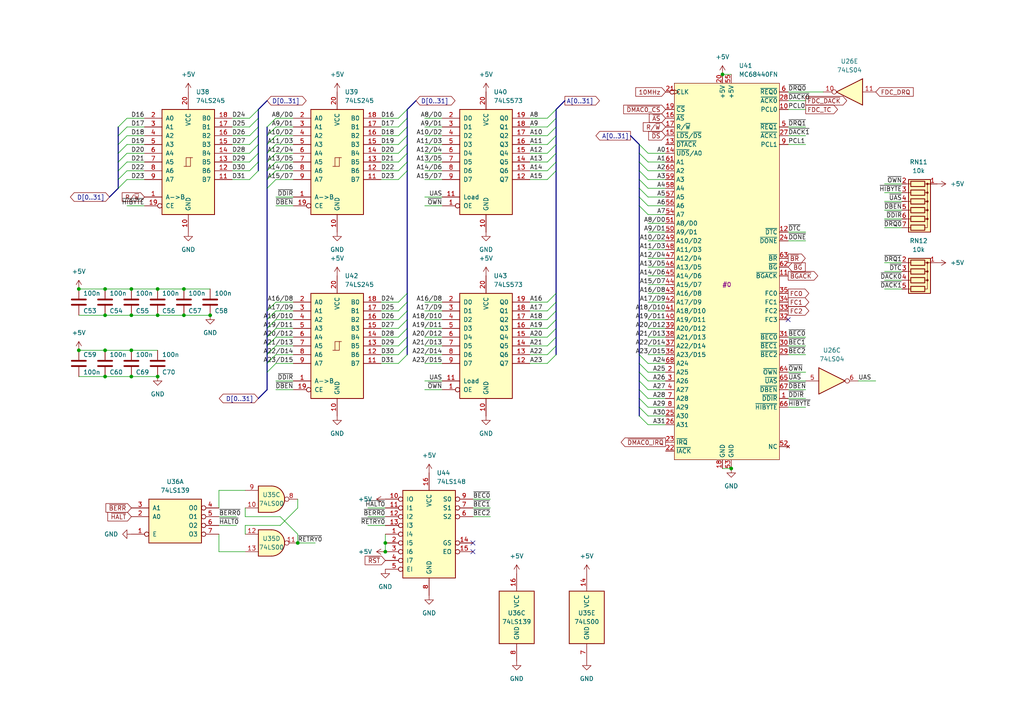
<source format=kicad_sch>
(kicad_sch (version 20230121) (generator eeschema)
  (paper "A4")
  (junction (at 22.86 101.6))
  (junction (at 53.34 91.44))
  (junction (at 60.96 91.44))
  (junction (at 30.48 109.22))
  (junction (at 86.36 157.48))
  (junction (at 45.72 91.44))
  (junction (at 212.09 135.89))
  (junction (at 38.1 91.44))
  (junction (at 45.72 109.22))
  (junction (at 38.1 101.6))
  (junction (at 30.48 91.44))
  (junction (at 22.86 83.82))
  (junction (at 38.1 109.22))
  (junction (at 111.76 157.48))
  (junction (at 111.76 160.02))
  (junction (at 30.48 83.82))
  (junction (at 53.34 83.82))
  (junction (at 209.55 21.59))
  (junction (at 38.1 83.82))
  (junction (at 30.48 101.6))
  (junction (at 45.72 83.82))
  (no_connect (at 137.16 160.02))
  (no_connect (at 228.6 92.71))
  (no_connect (at 137.16 157.48))
  (bus_entry (at 72.39 46.99) (size 2.54 -2.54))
  (bus_entry (at 80.01 49.53) (size -2.54 2.54))
  (bus_entry (at 80.01 102.87) (size -2.54 2.54))
  (bus_entry (at 80.01 97.79) (size -2.54 2.54))
  (bus_entry (at 158.75 46.99) (size 2.54 -2.54))
  (bus_entry (at 158.75 44.45) (size 2.54 -2.54))
  (bus_entry (at 80.01 44.45) (size -2.54 2.54))
  (bus_entry (at 115.57 36.83) (size 2.54 -2.54))
  (bus_entry (at 158.75 90.17) (size 2.54 -2.54))
  (bus_entry (at 115.57 49.53) (size 2.54 -2.54))
  (bus_entry (at 187.96 57.15) (size -2.54 -2.54))
  (bus_entry (at 80.01 95.25) (size -2.54 2.54))
  (bus_entry (at 158.75 39.37) (size 2.54 -2.54))
  (bus_entry (at 187.96 46.99) (size -2.54 -2.54))
  (bus_entry (at 72.39 41.91) (size 2.54 -2.54))
  (bus_entry (at 115.57 90.17) (size 2.54 -2.54))
  (bus_entry (at 80.01 92.71) (size -2.54 2.54))
  (bus_entry (at 36.83 39.37) (size -2.54 2.54))
  (bus_entry (at 115.57 34.29) (size 2.54 -2.54))
  (bus_entry (at 72.39 52.07) (size 2.54 -2.54))
  (bus_entry (at 115.57 100.33) (size 2.54 -2.54))
  (bus_entry (at 115.57 92.71) (size 2.54 -2.54))
  (bus_entry (at 36.83 36.83) (size -2.54 2.54))
  (bus_entry (at 80.01 52.07) (size -2.54 2.54))
  (bus_entry (at 36.83 49.53) (size -2.54 2.54))
  (bus_entry (at 187.96 44.45) (size -2.54 -2.54))
  (bus_entry (at 80.01 90.17) (size -2.54 2.54))
  (bus_entry (at 115.57 44.45) (size 2.54 -2.54))
  (bus_entry (at 115.57 46.99) (size 2.54 -2.54))
  (bus_entry (at 158.75 100.33) (size 2.54 -2.54))
  (bus_entry (at 80.01 87.63) (size -2.54 2.54))
  (bus_entry (at 80.01 34.29) (size -2.54 2.54))
  (bus_entry (at 158.75 36.83) (size 2.54 -2.54))
  (bus_entry (at 187.96 54.61) (size -2.54 -2.54))
  (bus_entry (at 187.96 120.65) (size -2.54 -2.54))
  (bus_entry (at 115.57 52.07) (size 2.54 -2.54))
  (bus_entry (at 158.75 49.53) (size 2.54 -2.54))
  (bus_entry (at 115.57 39.37) (size 2.54 -2.54))
  (bus_entry (at 80.01 105.41) (size -2.54 2.54))
  (bus_entry (at 187.96 115.57) (size -2.54 -2.54))
  (bus_entry (at 36.83 34.29) (size -2.54 2.54))
  (bus_entry (at 115.57 102.87) (size 2.54 -2.54))
  (bus_entry (at 187.96 110.49) (size -2.54 -2.54))
  (bus_entry (at 115.57 105.41) (size 2.54 -2.54))
  (bus_entry (at 80.01 100.33) (size -2.54 2.54))
  (bus_entry (at 36.83 44.45) (size -2.54 2.54))
  (bus_entry (at 187.96 118.11) (size -2.54 -2.54))
  (bus_entry (at 115.57 41.91) (size 2.54 -2.54))
  (bus_entry (at 158.75 34.29) (size 2.54 -2.54))
  (bus_entry (at 158.75 41.91) (size 2.54 -2.54))
  (bus_entry (at 158.75 92.71) (size 2.54 -2.54))
  (bus_entry (at 158.75 52.07) (size 2.54 -2.54))
  (bus_entry (at 36.83 46.99) (size -2.54 2.54))
  (bus_entry (at 72.39 49.53) (size 2.54 -2.54))
  (bus_entry (at 115.57 97.79) (size 2.54 -2.54))
  (bus_entry (at 187.96 105.41) (size -2.54 -2.54))
  (bus_entry (at 187.96 107.95) (size -2.54 -2.54))
  (bus_entry (at 158.75 95.25) (size 2.54 -2.54))
  (bus_entry (at 187.96 49.53) (size -2.54 -2.54))
  (bus_entry (at 115.57 95.25) (size 2.54 -2.54))
  (bus_entry (at 187.96 113.03) (size -2.54 -2.54))
  (bus_entry (at 72.39 36.83) (size 2.54 -2.54))
  (bus_entry (at 36.83 52.07) (size -2.54 2.54))
  (bus_entry (at 158.75 102.87) (size 2.54 -2.54))
  (bus_entry (at 36.83 41.91) (size -2.54 2.54))
  (bus_entry (at 80.01 36.83) (size -2.54 2.54))
  (bus_entry (at 187.96 62.23) (size -2.54 -2.54))
  (bus_entry (at 158.75 97.79) (size 2.54 -2.54))
  (bus_entry (at 72.39 39.37) (size 2.54 -2.54))
  (bus_entry (at 158.75 87.63) (size 2.54 -2.54))
  (bus_entry (at 187.96 123.19) (size -2.54 -2.54))
  (bus_entry (at 115.57 87.63) (size 2.54 -2.54))
  (bus_entry (at 80.01 39.37) (size -2.54 2.54))
  (bus_entry (at 187.96 52.07) (size -2.54 -2.54))
  (bus_entry (at 187.96 59.69) (size -2.54 -2.54))
  (bus_entry (at 72.39 34.29) (size 2.54 -2.54))
  (bus_entry (at 80.01 41.91) (size -2.54 2.54))
  (bus_entry (at 80.01 46.99) (size -2.54 2.54))
  (bus_entry (at 158.75 105.41) (size 2.54 -2.54))
  (bus_entry (at 72.39 44.45) (size 2.54 -2.54))
  (wire (pts (xy 158.75 100.33) (xy 153.67 100.33)))
  (wire (pts (xy 187.96 115.57) (xy 193.04 115.57)))
  (bus (pts (xy 161.29 39.37) (xy 161.29 36.83)))
  (bus (pts (xy 77.47 54.61) (xy 77.47 90.17)))
  (wire (pts (xy 158.75 92.71) (xy 153.67 92.71)))
  (bus (pts (xy 161.29 95.25) (xy 161.29 92.71)))
  (wire (pts (xy 30.48 109.22) (xy 38.1 109.22)))
  (wire (pts (xy 123.19 95.25) (xy 128.27 95.25)))
  (bus (pts (xy 161.29 102.87) (xy 161.29 100.33)))
  (wire (pts (xy 123.19 57.15) (xy 128.27 57.15)))
  (wire (pts (xy 30.48 83.82) (xy 38.1 83.82)))
  (wire (pts (xy 187.96 67.31) (xy 193.04 67.31)))
  (bus (pts (xy 185.42 57.15) (xy 185.42 54.61)))
  (wire (pts (xy 153.67 105.41) (xy 158.75 105.41)))
  (wire (pts (xy 187.96 59.69) (xy 193.04 59.69)))
  (wire (pts (xy 187.96 72.39) (xy 193.04 72.39)))
  (wire (pts (xy 80.01 102.87) (xy 85.09 102.87)))
  (bus (pts (xy 118.11 87.63) (xy 118.11 85.09)))
  (wire (pts (xy 80.01 59.69) (xy 85.09 59.69)))
  (wire (pts (xy 187.96 120.65) (xy 193.04 120.65)))
  (wire (pts (xy 36.83 34.29) (xy 41.91 34.29)))
  (bus (pts (xy 185.42 52.07) (xy 185.42 49.53)))
  (wire (pts (xy 158.75 46.99) (xy 153.67 46.99)))
  (wire (pts (xy 256.54 53.34) (xy 261.62 53.34)))
  (wire (pts (xy 158.75 87.63) (xy 153.67 87.63)))
  (wire (pts (xy 115.57 52.07) (xy 110.49 52.07)))
  (wire (pts (xy 123.19 36.83) (xy 128.27 36.83)))
  (wire (pts (xy 80.01 100.33) (xy 85.09 100.33)))
  (wire (pts (xy 80.01 90.17) (xy 85.09 90.17)))
  (wire (pts (xy 80.01 36.83) (xy 85.09 36.83)))
  (wire (pts (xy 158.75 39.37) (xy 153.67 39.37)))
  (wire (pts (xy 233.68 29.21) (xy 228.6 29.21)))
  (wire (pts (xy 187.96 62.23) (xy 193.04 62.23)))
  (wire (pts (xy 187.96 52.07) (xy 193.04 52.07)))
  (bus (pts (xy 185.42 110.49) (xy 185.42 107.95)))
  (bus (pts (xy 161.29 92.71) (xy 161.29 90.17)))
  (bus (pts (xy 185.42 105.41) (xy 185.42 102.87)))
  (wire (pts (xy 36.83 46.99) (xy 41.91 46.99)))
  (wire (pts (xy 22.86 91.44) (xy 30.48 91.44)))
  (bus (pts (xy 118.11 36.83) (xy 118.11 34.29)))
  (wire (pts (xy 123.19 59.69) (xy 128.27 59.69)))
  (wire (pts (xy 142.24 144.78) (xy 137.16 144.78)))
  (bus (pts (xy 74.93 46.99) (xy 74.93 44.45)))
  (wire (pts (xy 71.12 152.4) (xy 71.12 154.94)))
  (wire (pts (xy 187.96 87.63) (xy 193.04 87.63)))
  (wire (pts (xy 111.76 160.02) (xy 111.76 157.48)))
  (wire (pts (xy 233.68 110.49) (xy 228.6 110.49)))
  (wire (pts (xy 38.1 91.44) (xy 45.72 91.44)))
  (bus (pts (xy 118.11 34.29) (xy 118.11 31.75)))
  (wire (pts (xy 187.96 54.61) (xy 193.04 54.61)))
  (wire (pts (xy 106.68 149.86) (xy 111.76 149.86)))
  (bus (pts (xy 74.93 34.29) (xy 74.93 31.75)))
  (wire (pts (xy 72.39 34.29) (xy 67.31 34.29)))
  (wire (pts (xy 187.96 80.01) (xy 193.04 80.01)))
  (bus (pts (xy 74.93 115.57) (xy 77.47 113.03)))
  (bus (pts (xy 34.29 46.99) (xy 34.29 49.53)))
  (wire (pts (xy 123.19 41.91) (xy 128.27 41.91)))
  (wire (pts (xy 38.1 83.82) (xy 45.72 83.82)))
  (wire (pts (xy 123.19 105.41) (xy 128.27 105.41)))
  (wire (pts (xy 63.5 154.94) (xy 63.5 160.02)))
  (wire (pts (xy 256.54 76.2) (xy 261.62 76.2)))
  (wire (pts (xy 256.54 83.82) (xy 261.62 83.82)))
  (wire (pts (xy 123.19 90.17) (xy 128.27 90.17)))
  (bus (pts (xy 185.42 115.57) (xy 185.42 113.03)))
  (wire (pts (xy 233.68 102.87) (xy 228.6 102.87)))
  (bus (pts (xy 34.29 49.53) (xy 34.29 52.07)))
  (wire (pts (xy 187.96 57.15) (xy 193.04 57.15)))
  (wire (pts (xy 233.68 97.79) (xy 228.6 97.79)))
  (wire (pts (xy 158.75 102.87) (xy 153.67 102.87)))
  (bus (pts (xy 77.47 95.25) (xy 77.47 97.79)))
  (wire (pts (xy 115.57 34.29) (xy 110.49 34.29)))
  (wire (pts (xy 80.01 52.07) (xy 85.09 52.07)))
  (wire (pts (xy 115.57 102.87) (xy 110.49 102.87)))
  (wire (pts (xy 187.96 123.19) (xy 193.04 123.19)))
  (bus (pts (xy 161.29 41.91) (xy 161.29 39.37)))
  (bus (pts (xy 161.29 90.17) (xy 161.29 87.63)))
  (wire (pts (xy 72.39 44.45) (xy 67.31 44.45)))
  (wire (pts (xy 123.19 97.79) (xy 128.27 97.79)))
  (wire (pts (xy 36.83 49.53) (xy 41.91 49.53)))
  (bus (pts (xy 34.29 44.45) (xy 34.29 46.99)))
  (wire (pts (xy 36.83 39.37) (xy 41.91 39.37)))
  (wire (pts (xy 80.01 34.29) (xy 85.09 34.29)))
  (bus (pts (xy 161.29 85.09) (xy 161.29 49.53)))
  (wire (pts (xy 123.19 87.63) (xy 128.27 87.63)))
  (wire (pts (xy 187.96 100.33) (xy 193.04 100.33)))
  (bus (pts (xy 77.47 52.07) (xy 77.47 54.61)))
  (wire (pts (xy 71.12 152.4) (xy 81.28 152.4)))
  (bus (pts (xy 118.11 90.17) (xy 118.11 87.63)))
  (wire (pts (xy 187.96 90.17) (xy 193.04 90.17)))
  (wire (pts (xy 233.68 31.75) (xy 228.6 31.75)))
  (wire (pts (xy 115.57 100.33) (xy 110.49 100.33)))
  (wire (pts (xy 123.19 46.99) (xy 128.27 46.99)))
  (wire (pts (xy 115.57 87.63) (xy 110.49 87.63)))
  (wire (pts (xy 187.96 95.25) (xy 193.04 95.25)))
  (wire (pts (xy 123.19 100.33) (xy 128.27 100.33)))
  (bus (pts (xy 161.29 49.53) (xy 161.29 46.99)))
  (wire (pts (xy 233.68 113.03) (xy 228.6 113.03)))
  (wire (pts (xy 80.01 57.15) (xy 85.09 57.15)))
  (bus (pts (xy 118.11 92.71) (xy 118.11 90.17)))
  (bus (pts (xy 161.29 87.63) (xy 161.29 85.09)))
  (bus (pts (xy 120.65 29.21) (xy 118.11 31.75)))
  (wire (pts (xy 187.96 92.71) (xy 193.04 92.71)))
  (wire (pts (xy 233.68 118.11) (xy 228.6 118.11)))
  (wire (pts (xy 81.28 152.4) (xy 86.36 147.32)))
  (wire (pts (xy 142.24 147.32) (xy 137.16 147.32)))
  (wire (pts (xy 106.68 152.4) (xy 111.76 152.4)))
  (bus (pts (xy 74.93 41.91) (xy 74.93 39.37)))
  (wire (pts (xy 86.36 154.94) (xy 86.36 157.48)))
  (wire (pts (xy 233.68 69.85) (xy 228.6 69.85)))
  (wire (pts (xy 187.96 113.03) (xy 193.04 113.03)))
  (wire (pts (xy 72.39 41.91) (xy 67.31 41.91)))
  (bus (pts (xy 77.47 46.99) (xy 77.47 49.53)))
  (wire (pts (xy 142.24 149.86) (xy 137.16 149.86)))
  (bus (pts (xy 185.42 54.61) (xy 185.42 52.07)))
  (bus (pts (xy 185.42 118.11) (xy 185.42 115.57)))
  (bus (pts (xy 77.47 92.71) (xy 77.47 95.25)))
  (wire (pts (xy 123.19 110.49) (xy 128.27 110.49)))
  (bus (pts (xy 77.47 41.91) (xy 77.47 44.45)))
  (wire (pts (xy 72.39 52.07) (xy 67.31 52.07)))
  (wire (pts (xy 233.68 67.31) (xy 228.6 67.31)))
  (bus (pts (xy 34.29 41.91) (xy 34.29 44.45)))
  (wire (pts (xy 233.68 36.83) (xy 228.6 36.83)))
  (wire (pts (xy 187.96 44.45) (xy 193.04 44.45)))
  (wire (pts (xy 63.5 149.86) (xy 68.58 149.86)))
  (wire (pts (xy 80.01 92.71) (xy 85.09 92.71)))
  (bus (pts (xy 161.29 36.83) (xy 161.29 34.29)))
  (wire (pts (xy 115.57 36.83) (xy 110.49 36.83)))
  (bus (pts (xy 77.47 107.95) (xy 77.47 113.03)))
  (bus (pts (xy 118.11 44.45) (xy 118.11 41.91)))
  (wire (pts (xy 123.19 92.71) (xy 128.27 92.71)))
  (wire (pts (xy 233.68 107.95) (xy 228.6 107.95)))
  (bus (pts (xy 161.29 46.99) (xy 161.29 44.45)))
  (wire (pts (xy 115.57 46.99) (xy 110.49 46.99)))
  (bus (pts (xy 118.11 97.79) (xy 118.11 95.25)))
  (wire (pts (xy 115.57 90.17) (xy 110.49 90.17)))
  (wire (pts (xy 45.72 83.82) (xy 53.34 83.82)))
  (wire (pts (xy 158.75 36.83) (xy 153.67 36.83)))
  (bus (pts (xy 118.11 100.33) (xy 118.11 97.79)))
  (wire (pts (xy 115.57 44.45) (xy 110.49 44.45)))
  (wire (pts (xy 63.5 142.24) (xy 63.5 147.32)))
  (wire (pts (xy 238.76 26.67) (xy 228.6 26.67)))
  (wire (pts (xy 80.01 110.49) (xy 85.09 110.49)))
  (wire (pts (xy 72.39 39.37) (xy 67.31 39.37)))
  (bus (pts (xy 77.47 100.33) (xy 77.47 102.87)))
  (wire (pts (xy 91.44 157.48) (xy 86.36 157.48)))
  (bus (pts (xy 34.29 36.83) (xy 34.29 39.37)))
  (bus (pts (xy 185.42 120.65) (xy 185.42 118.11)))
  (wire (pts (xy 30.48 91.44) (xy 38.1 91.44)))
  (wire (pts (xy 71.12 147.32) (xy 71.12 149.86)))
  (bus (pts (xy 118.11 41.91) (xy 118.11 39.37)))
  (bus (pts (xy 118.11 39.37) (xy 118.11 36.83)))
  (bus (pts (xy 31.75 57.15) (xy 34.29 54.61)))
  (bus (pts (xy 185.42 57.15) (xy 185.42 59.69)))
  (wire (pts (xy 158.75 90.17) (xy 153.67 90.17)))
  (wire (pts (xy 123.19 34.29) (xy 128.27 34.29)))
  (wire (pts (xy 187.96 69.85) (xy 193.04 69.85)))
  (wire (pts (xy 187.96 118.11) (xy 193.04 118.11)))
  (wire (pts (xy 187.96 85.09) (xy 193.04 85.09)))
  (wire (pts (xy 72.39 36.83) (xy 67.31 36.83)))
  (wire (pts (xy 80.01 105.41) (xy 85.09 105.41)))
  (wire (pts (xy 80.01 113.03) (xy 85.09 113.03)))
  (bus (pts (xy 185.42 113.03) (xy 185.42 110.49)))
  (bus (pts (xy 161.29 100.33) (xy 161.29 97.79)))
  (bus (pts (xy 118.11 49.53) (xy 118.11 46.99)))
  (wire (pts (xy 256.54 55.88) (xy 261.62 55.88)))
  (wire (pts (xy 158.75 52.07) (xy 153.67 52.07)))
  (wire (pts (xy 72.39 49.53) (xy 67.31 49.53)))
  (wire (pts (xy 256.54 81.28) (xy 261.62 81.28)))
  (wire (pts (xy 71.12 149.86) (xy 81.28 149.86)))
  (wire (pts (xy 187.96 46.99) (xy 193.04 46.99)))
  (wire (pts (xy 123.19 113.03) (xy 128.27 113.03)))
  (wire (pts (xy 80.01 39.37) (xy 85.09 39.37)))
  (bus (pts (xy 77.47 39.37) (xy 77.47 41.91)))
  (bus (pts (xy 34.29 52.07) (xy 34.29 54.61)))
  (wire (pts (xy 123.19 44.45) (xy 128.27 44.45)))
  (wire (pts (xy 158.75 44.45) (xy 153.67 44.45)))
  (bus (pts (xy 77.47 29.21) (xy 74.93 31.75)))
  (wire (pts (xy 63.5 160.02) (xy 71.12 160.02)))
  (wire (pts (xy 80.01 87.63) (xy 85.09 87.63)))
  (bus (pts (xy 161.29 44.45) (xy 161.29 41.91)))
  (wire (pts (xy 158.75 34.29) (xy 153.67 34.29)))
  (wire (pts (xy 233.68 39.37) (xy 228.6 39.37)))
  (wire (pts (xy 36.83 59.69) (xy 41.91 59.69)))
  (wire (pts (xy 187.96 102.87) (xy 193.04 102.87)))
  (bus (pts (xy 74.93 39.37) (xy 74.93 36.83)))
  (wire (pts (xy 256.54 63.5) (xy 261.62 63.5)))
  (wire (pts (xy 80.01 97.79) (xy 85.09 97.79)))
  (wire (pts (xy 254 110.49) (xy 248.92 110.49)))
  (wire (pts (xy 115.57 41.91) (xy 110.49 41.91)))
  (wire (pts (xy 53.34 91.44) (xy 60.96 91.44)))
  (wire (pts (xy 123.19 102.87) (xy 128.27 102.87)))
  (wire (pts (xy 123.19 49.53) (xy 128.27 49.53)))
  (bus (pts (xy 161.29 34.29) (xy 161.29 31.75)))
  (wire (pts (xy 80.01 95.25) (xy 85.09 95.25)))
  (bus (pts (xy 77.47 36.83) (xy 77.47 39.37)))
  (bus (pts (xy 161.29 97.79) (xy 161.29 95.25)))
  (wire (pts (xy 36.83 36.83) (xy 41.91 36.83)))
  (wire (pts (xy 256.54 58.42) (xy 261.62 58.42)))
  (wire (pts (xy 187.96 64.77) (xy 193.04 64.77)))
  (bus (pts (xy 118.11 95.25) (xy 118.11 92.71)))
  (wire (pts (xy 212.09 135.89) (xy 209.55 135.89)))
  (bus (pts (xy 77.47 97.79) (xy 77.47 100.33)))
  (wire (pts (xy 115.57 105.41) (xy 110.49 105.41)))
  (bus (pts (xy 185.42 49.53) (xy 185.42 46.99)))
  (wire (pts (xy 187.96 97.79) (xy 193.04 97.79)))
  (wire (pts (xy 158.75 95.25) (xy 153.67 95.25)))
  (bus (pts (xy 74.93 36.83) (xy 74.93 34.29)))
  (wire (pts (xy 256.54 60.96) (xy 261.62 60.96)))
  (wire (pts (xy 115.57 92.71) (xy 110.49 92.71)))
  (wire (pts (xy 80.01 44.45) (xy 85.09 44.45)))
  (wire (pts (xy 63.5 142.24) (xy 71.12 142.24)))
  (bus (pts (xy 74.93 44.45) (xy 74.93 41.91)))
  (wire (pts (xy 115.57 49.53) (xy 110.49 49.53)))
  (wire (pts (xy 36.83 44.45) (xy 41.91 44.45)))
  (wire (pts (xy 80.01 46.99) (xy 85.09 46.99)))
  (wire (pts (xy 123.19 39.37) (xy 128.27 39.37)))
  (wire (pts (xy 187.96 105.41) (xy 193.04 105.41)))
  (wire (pts (xy 158.75 97.79) (xy 153.67 97.79)))
  (wire (pts (xy 38.1 101.6) (xy 45.72 101.6)))
  (wire (pts (xy 187.96 49.53) (xy 193.04 49.53)))
  (wire (pts (xy 86.36 144.78) (xy 86.36 147.32)))
  (wire (pts (xy 22.86 109.22) (xy 30.48 109.22)))
  (bus (pts (xy 118.11 85.09) (xy 118.11 49.53)))
  (bus (pts (xy 77.47 102.87) (xy 77.47 105.41)))
  (wire (pts (xy 30.48 101.6) (xy 38.1 101.6)))
  (wire (pts (xy 158.75 49.53) (xy 153.67 49.53)))
  (wire (pts (xy 187.96 82.55) (xy 193.04 82.55)))
  (bus (pts (xy 77.47 105.41) (xy 77.47 107.95)))
  (wire (pts (xy 63.5 152.4) (xy 68.58 152.4)))
  (wire (pts (xy 187.96 74.93) (xy 193.04 74.93)))
  (wire (pts (xy 111.76 157.48) (xy 111.76 154.94)))
  (wire (pts (xy 38.1 109.22) (xy 45.72 109.22)))
  (bus (pts (xy 185.42 46.99) (xy 185.42 44.45)))
  (wire (pts (xy 45.72 91.44) (xy 53.34 91.44)))
  (wire (pts (xy 80.01 41.91) (xy 85.09 41.91)))
  (wire (pts (xy 233.68 115.57) (xy 228.6 115.57)))
  (wire (pts (xy 106.68 147.32) (xy 111.76 147.32)))
  (wire (pts (xy 158.75 41.91) (xy 153.67 41.91)))
  (bus (pts (xy 185.42 107.95) (xy 185.42 105.41)))
  (bus (pts (xy 34.29 39.37) (xy 34.29 41.91)))
  (bus (pts (xy 185.42 59.69) (xy 185.42 102.87)))
  (wire (pts (xy 233.68 41.91) (xy 228.6 41.91)))
  (wire (pts (xy 22.86 101.6) (xy 30.48 101.6)))
  (wire (pts (xy 80.01 49.53) (xy 85.09 49.53)))
  (wire (pts (xy 53.34 83.82) (xy 60.96 83.82)))
  (wire (pts (xy 115.57 95.25) (xy 110.49 95.25)))
  (wire (pts (xy 209.55 21.59) (xy 212.09 21.59)))
  (wire (pts (xy 115.57 39.37) (xy 110.49 39.37)))
  (bus (pts (xy 118.11 102.87) (xy 118.11 100.33)))
  (wire (pts (xy 187.96 77.47) (xy 193.04 77.47)))
  (wire (pts (xy 187.96 107.95) (xy 193.04 107.95)))
  (wire (pts (xy 72.39 46.99) (xy 67.31 46.99)))
  (bus (pts (xy 185.42 41.91) (xy 182.88 39.37)))
  (wire (pts (xy 22.86 83.82) (xy 30.48 83.82)))
  (wire (pts (xy 123.19 52.07) (xy 128.27 52.07)))
  (wire (pts (xy 36.83 41.91) (xy 41.91 41.91)))
  (wire (pts (xy 256.54 66.04) (xy 261.62 66.04)))
  (bus (pts (xy 118.11 46.99) (xy 118.11 44.45)))
  (bus (pts (xy 185.42 44.45) (xy 185.42 41.91)))
  (wire (pts (xy 261.62 78.74) (xy 256.54 78.74)))
  (wire (pts (xy 36.83 52.07) (xy 41.91 52.07)))
  (bus (pts (xy 74.93 49.53) (xy 74.93 46.99)))
  (bus (pts (xy 77.47 90.17) (xy 77.47 92.71)))
  (wire (pts (xy 187.96 110.49) (xy 193.04 110.49)))
  (wire (pts (xy 233.68 100.33) (xy 228.6 100.33)))
  (bus (pts (xy 77.47 44.45) (xy 77.47 46.99)))
  (bus (pts (xy 161.29 31.75) (xy 163.83 29.21)))
  (bus (pts (xy 77.47 49.53) (xy 77.47 52.07)))
  (wire (pts (xy 81.28 149.86) (xy 86.36 154.94)))
  (wire (pts (xy 115.57 97.79) (xy 110.49 97.79)))
  (label "D23" (at 110.49 52.07 0))
  (label "A17{slash}D9" (at 193.04 87.63 180))
  (label "A19{slash}D11" (at 128.27 95.25 180))
  (label "~{BEC1}" (at 228.6 100.33 0))
  (label "PCL0" (at 228.6 31.75 0))
  (label "UAS" (at 128.27 110.49 180))
  (label "A16{slash}D8" (at 85.09 87.63 180))
  (label "D19" (at 41.91 41.91 180))
  (label "D24" (at 67.31 34.29 0))
  (label "~{DRQ1}" (at 228.6 36.83 0))
  (label "A15{slash}D7" (at 85.09 52.07 180))
  (label "A30" (at 193.04 120.65 180))
  (label "D20" (at 110.49 44.45 0))
  (label "~{BEC2}" (at 137.16 149.86 0))
  (label "~{OWN}" (at 128.27 59.69 180))
  (label "A20{slash}D12" (at 85.09 97.79 180))
  (label "~{BEC2}" (at 228.6 102.87 0))
  (label "A31" (at 193.04 123.19 180))
  (label "D29" (at 67.31 46.99 0))
  (label "A29" (at 193.04 118.11 180))
  (label "A15{slash}D7" (at 193.04 82.55 180))
  (label "~{BEC0}" (at 137.16 144.78 0))
  (label "~{DTC}" (at 261.62 78.74 180))
  (label "D18" (at 41.91 39.37 180))
  (label "UAS" (at 128.27 57.15 180))
  (label "D27" (at 110.49 95.25 0))
  (label "D20" (at 41.91 44.45 180))
  (label "A4" (at 193.04 54.61 180))
  (label "D18" (at 110.49 39.37 0))
  (label "A7" (at 193.04 62.23 180))
  (label "A9{slash}D1" (at 85.09 36.83 180))
  (label "~{OWN}" (at 128.27 113.03 180))
  (label "A23{slash}D15" (at 128.27 105.41 180))
  (label "A6" (at 193.04 59.69 180))
  (label "D22" (at 41.91 49.53 180))
  (label "~{HALT0}" (at 63.5 152.4 0))
  (label "A26" (at 193.04 110.49 180))
  (label "~{DDIR}" (at 85.09 57.15 180))
  (label "A15{slash}D7" (at 128.27 52.07 180))
  (label "PCL1" (at 228.6 41.91 0))
  (label "D27" (at 67.31 41.91 0))
  (label "~{DBEN}" (at 228.6 113.03 0))
  (label "A14{slash}D6" (at 128.27 49.53 180))
  (label "A22{slash}D14" (at 128.27 102.87 180))
  (label "A13{slash}D5" (at 128.27 46.99 180))
  (label "A8" (at 153.67 34.29 0))
  (label "~{DDIR}" (at 261.62 63.5 180))
  (label "A15" (at 153.67 52.07 0))
  (label "D30" (at 110.49 102.87 0))
  (label "A9" (at 153.67 36.83 0))
  (label "~{OWN}" (at 228.6 107.95 0))
  (label "A20" (at 153.67 97.79 0))
  (label "A14{slash}D6" (at 85.09 49.53 180))
  (label "A10{slash}D2" (at 193.04 69.85 180))
  (label "~{UAS}" (at 261.62 58.42 180))
  (label "A9{slash}D1" (at 128.27 36.83 180))
  (label "A1" (at 193.04 46.99 180))
  (label "A21{slash}D13" (at 193.04 97.79 180))
  (label "A18" (at 153.67 92.71 0))
  (label "~{HIBYTE}" (at 41.91 59.69 180))
  (label "A14{slash}D6" (at 193.04 80.01 180))
  (label "A12{slash}D4" (at 128.27 44.45 180))
  (label "D28" (at 110.49 97.79 0))
  (label "A28" (at 193.04 115.57 180))
  (label "A16{slash}D8" (at 128.27 87.63 180))
  (label "D23" (at 41.91 52.07 180))
  (label "~{DBEN}" (at 85.09 59.69 180))
  (label "A17" (at 153.67 90.17 0))
  (label "A3" (at 193.04 52.07 180))
  (label "D29" (at 110.49 100.33 0))
  (label "A22" (at 153.67 102.87 0))
  (label "D17" (at 110.49 36.83 0))
  (label "D26" (at 67.31 39.37 0))
  (label "~{DACK1}" (at 228.6 39.37 0))
  (label "D21" (at 110.49 46.99 0))
  (label "D26" (at 110.49 92.71 0))
  (label "A5" (at 193.04 57.15 180))
  (label "~{DTC}" (at 228.6 67.31 0))
  (label "D22" (at 110.49 49.53 0))
  (label "A11{slash}D3" (at 193.04 72.39 180))
  (label "A12" (at 153.67 44.45 0))
  (label "~{DDIR}" (at 228.6 115.57 0))
  (label "UAS" (at 248.92 110.49 0))
  (label "~{RETRY0}" (at 86.36 157.48 0))
  (label "A18{slash}D10" (at 128.27 92.71 180))
  (label "~{RETRY0}" (at 111.76 152.4 180))
  (label "A27" (at 193.04 113.03 180))
  (label "A20{slash}D12" (at 128.27 97.79 180))
  (label "A23{slash}D15" (at 85.09 105.41 180))
  (label "A17{slash}D9" (at 85.09 90.17 180))
  (label "~{DDIR}" (at 85.09 110.49 180))
  (label "~{DBEN}" (at 85.09 113.03 180))
  (label "~{DACK0}" (at 261.62 81.28 180))
  (label "D31" (at 67.31 52.07 0))
  (label "A19{slash}D11" (at 85.09 95.25 180))
  (label "D28" (at 67.31 44.45 0))
  (label "~{BERR0}" (at 63.5 149.86 0))
  (label "A24" (at 193.04 105.41 180))
  (label "~{HIBYTE}" (at 261.62 55.88 180))
  (label "A22{slash}D14" (at 85.09 102.87 180))
  (label "A22{slash}D14" (at 193.04 100.33 180))
  (label "A19" (at 153.67 95.25 0))
  (label "D16" (at 41.91 34.29 180))
  (label "~{DONE}" (at 228.6 69.85 0))
  (label "A14" (at 153.67 49.53 0))
  (label "A17{slash}D9" (at 128.27 90.17 180))
  (label "D25" (at 67.31 36.83 0))
  (label "A13" (at 153.67 46.99 0))
  (label "~{DACK1}" (at 261.62 83.82 180))
  (label "~{HIBYTE}" (at 228.6 118.11 0))
  (label "A18{slash}D10" (at 193.04 90.17 180))
  (label "~{DRQ0}" (at 228.6 26.67 0))
  (label "A12{slash}D4" (at 85.09 44.45 180))
  (label "A13{slash}D5" (at 85.09 46.99 180))
  (label "~{HALT0}" (at 111.76 147.32 180))
  (label "~{DRQ1}" (at 261.62 76.2 180))
  (label "A10{slash}D2" (at 128.27 39.37 180))
  (label "A0" (at 193.04 44.45 180))
  (label "A25" (at 193.04 107.95 180))
  (label "~{BEC1}" (at 137.16 147.32 0))
  (label "A11{slash}D3" (at 128.27 41.91 180))
  (label "A21{slash}D13" (at 128.27 100.33 180))
  (label "A20{slash}D12" (at 193.04 95.25 180))
  (label "A21{slash}D13" (at 85.09 100.33 180))
  (label "A23{slash}D15" (at 193.04 102.87 180))
  (label "~{BERR0}" (at 111.76 149.86 180))
  (label "A9{slash}D1" (at 193.04 67.31 180))
  (label "D25" (at 110.49 90.17 0))
  (label "D16" (at 110.49 34.29 0))
  (label "~{BEC0}" (at 228.6 97.79 0))
  (label "~{DRQ0}" (at 261.62 66.04 180))
  (label "A16" (at 153.67 87.63 0))
  (label "A18{slash}D10" (at 85.09 92.71 180))
  (label "D30" (at 67.31 49.53 0))
  (label "A8{slash}D0" (at 193.04 64.77 180))
  (label "A19{slash}D11" (at 193.04 92.71 180))
  (label "~{UAS}" (at 228.6 110.49 0))
  (label "D19" (at 110.49 41.91 0))
  (label "A11" (at 153.67 41.91 0))
  (label "D21" (at 41.91 46.99 180))
  (label "~{DACK0}" (at 228.6 29.21 0))
  (label "D17" (at 41.91 36.83 180))
  (label "~{OWN}" (at 261.62 53.34 180))
  (label "A16{slash}D8" (at 193.04 85.09 180))
  (label "A8{slash}D0" (at 85.09 34.29 180))
  (label "A11{slash}D3" (at 85.09 41.91 180))
  (label "A2" (at 193.04 49.53 180))
  (label "D31" (at 110.49 105.41 0))
  (label "~{DBEN}" (at 261.62 60.96 180))
  (label "D24" (at 110.49 87.63 0))
  (label "A12{slash}D4" (at 193.04 74.93 180))
  (label "A10" (at 153.67 39.37 0))
  (label "A10{slash}D2" (at 85.09 39.37 180))
  (label "A13{slash}D5" (at 193.04 77.47 180))
  (label "A23" (at 153.67 105.41 0))
  (label "A8{slash}D0" (at 128.27 34.29 180))
  (label "A21" (at 153.67 100.33 0))
  (global_label "10MHz" (shape input) (at 193.04 26.67 180) (property "Intersheetrefs" "${INTERSHEET_REFS}" (effects hide)))
  (global_label "~{BGACK}" (shape output) (at 228.6 80.01 0) (property "Intersheetrefs" "${INTERSHEET_REFS}" (effects hide)))
  (global_label "FC1" (shape output) (at 228.6 87.63 0) (property "Intersheetrefs" "${INTERSHEET_REFS}" (effects hide)))
  (global_label "D[0..31]" (shape bidirectional) (at 31.75 57.15 180) (property "Intersheetrefs" "${INTERSHEET_REFS}" (effects hide)))
  (global_label "~{DMAC0_IRQ}" (shape output) (at 193.04 128.27 180) (property "Intersheetrefs" "${INTERSHEET_REFS}" (effects hide)))
  (global_label "D[0..31]" (shape bidirectional) (at 77.47 29.21 0) (property "Intersheetrefs" "${INTERSHEET_REFS}" (effects hide)))
  (global_label "FDC_DRQ" (shape input) (at 254 26.67 0) (property "Intersheetrefs" "${INTERSHEET_REFS}" (effects hide)))
  (global_label "D[0..31]" (shape bidirectional) (at 74.93 115.57 180) (property "Intersheetrefs" "${INTERSHEET_REFS}" (effects hide)))
  (global_label "~{DS}" (shape input) (at 193.04 39.37 180) (property "Intersheetrefs" "${INTERSHEET_REFS}" (effects hide)))
  (global_label "~{BR}" (shape output) (at 228.6 74.93 0) (property "Intersheetrefs" "${INTERSHEET_REFS}" (effects hide)))
  (global_label "FDC_TC" (shape output) (at 233.68 31.75 0) (property "Intersheetrefs" "${INTERSHEET_REFS}" (effects hide)))
  (global_label "A[0..31]" (shape output) (at 182.88 39.37 180) (property "Intersheetrefs" "${INTERSHEET_REFS}" (effects hide)))
  (global_label "R{slash}~{W}" (shape input) (at 41.91 57.15 180) (property "Intersheetrefs" "${INTERSHEET_REFS}" (effects hide)))
  (global_label "~{AS}" (shape input) (at 193.04 34.29 180) (property "Intersheetrefs" "${INTERSHEET_REFS}" (effects hide)))
  (global_label "~{BG}" (shape input) (at 228.6 77.47 0) (property "Intersheetrefs" "${INTERSHEET_REFS}" (effects hide)))
  (global_label "~{FDC_DACK}" (shape output) (at 233.68 29.21 0) (property "Intersheetrefs" "${INTERSHEET_REFS}" (effects hide)))
  (global_label "R{slash}~{W}" (shape input) (at 193.04 36.83 180) (property "Intersheetrefs" "${INTERSHEET_REFS}" (effects hide)))
  (global_label "~{RST}" (shape input) (at 111.76 162.56 180) (property "Intersheetrefs" "${INTERSHEET_REFS}" (effects hide)))
  (global_label "~{BERR}" (shape input) (at 38.1 147.32 180) (property "Intersheetrefs" "${INTERSHEET_REFS}" (effects hide)))
  (global_label "D[0..31]" (shape bidirectional) (at 120.65 29.21 0) (property "Intersheetrefs" "${INTERSHEET_REFS}" (effects hide)))
  (global_label "~{HALT}" (shape input) (at 38.1 149.86 180) (property "Intersheetrefs" "${INTERSHEET_REFS}" (effects hide)))
  (global_label "~{DMAC0_CS}" (shape input) (at 193.04 31.75 180) (property "Intersheetrefs" "${INTERSHEET_REFS}" (effects hide)))
  (global_label "FC2" (shape output) (at 228.6 90.17 0) (property "Intersheetrefs" "${INTERSHEET_REFS}" (effects hide)))
  (global_label "A[0..31]" (shape output) (at 163.83 29.21 0) (property "Intersheetrefs" "${INTERSHEET_REFS}" (effects hide)))
  (global_label "FC0" (shape output) (at 228.6 85.09 0) (property "Intersheetrefs" "${INTERSHEET_REFS}" (effects hide)))
  (symbol (lib_id "Device:R_Network04") (at 266.7 81.28 270) (unit 1)
    (property "Reference" "RN12" (at 266.446 69.85 90))
    (property "Value" "10k" (at 266.446 72.39 90))
    (property "Footprint" "Resistor_THT:R_Array_SIP5" (effects hide))
    (property "Datasheet" "http://www.vishay.com/docs/31509/csc.pdf" (effects hide))
  )
  (symbol (lib_id "74xx:74LS573") (at 140.97 46.99 0) (unit 1)
    (property "Reference" "U40" (at 143.1641 26.67 0) (effects (justify left)))
    (property "Value" "74LS573" (at 143.1641 29.21 0) (effects (justify left)))
    (property "Footprint" "Package_DIP:DIP-20_W7.62mm_Socket" (effects hide))
    (property "Datasheet" "74xx/74hc573.pdf" (effects hide))
  )
  (symbol (lib_id "power:GND") (at 140.97 67.31 0) (unit 1)
    (property "Reference" "#PWR0162" (effects hide))
    (property "Value" "GND" (at 140.97 72.39 0))
  )
  (symbol (lib_id "74xx:74LS04") (at 241.3 110.49 0) (unit 3)
    (property "Reference" "U26" (at 241.3 101.6 0))
    (property "Value" "74LS04" (at 241.3 104.14 0))
    (property "Footprint" "Package_DIP:DIP-14_W7.62mm_Socket" (effects hide))
    (property "Datasheet" "http://www.ti.com/lit/gpn/sn74LS04" (effects hide))
  )
  (symbol (lib_id "Device:C") (at 53.34 87.63 0) (mirror x) (unit 1)
    (property "Reference" "C57" (at 54.61 90.17 0) (effects (justify left)))
    (property "Value" "100n" (at 54.61 85.09 0) (effects (justify left)))
    (property "Footprint" "Capacitor_THT:C_Disc_D4.3mm_W1.9mm_P5.00mm" (effects hide))
  )
  (symbol (lib_id "Device:C") (at 30.48 87.63 0) (mirror x) (unit 1)
    (property "Reference" "C54" (at 31.75 90.17 0) (effects (justify left)))
    (property "Value" "100n" (at 31.75 85.09 0) (effects (justify left)))
    (property "Footprint" "Capacitor_THT:C_Disc_D4.3mm_W1.9mm_P5.00mm" (effects hide))
  )
  (symbol (lib_id "74xx:74LS573") (at 140.97 100.33 0) (unit 1)
    (property "Reference" "U43" (at 143.1641 80.01 0) (effects (justify left)))
    (property "Value" "74LS573" (at 143.1641 82.55 0) (effects (justify left)))
    (property "Footprint" "Package_DIP:DIP-20_W7.62mm_Socket" (effects hide))
    (property "Datasheet" "74xx/74hc573.pdf" (effects hide))
  )
  (symbol (lib_id "power:+5V") (at 97.79 80.01 0) (unit 1)
    (property "Reference" "#PWR0164" (effects hide))
    (property "Value" "+5V" (at 97.79 74.93 0))
  )
  (symbol (lib_id "power:+5V") (at 170.18 166.37 0) (unit 1)
    (property "Reference" "#PWR0179" (effects hide))
    (property "Value" "+5V" (at 170.18 161.29 0))
  )
  (symbol (lib_id "Device:C") (at 22.86 105.41 0) (unit 1)
    (property "Reference" "C59" (at 24.13 102.87 0) (effects (justify left)))
    (property "Value" "100n" (at 24.13 107.95 0) (effects (justify left)))
    (property "Footprint" "Capacitor_THT:C_Disc_D4.3mm_W1.9mm_P5.00mm" (effects hide))
  )
  (symbol (lib_id "power:+5V") (at 124.46 137.16 0) (unit 1)
    (property "Reference" "#PWR0173" (effects hide))
    (property "Value" "+5V" (at 124.46 132.08 0))
  )
  (symbol (lib_id "Device:C") (at 45.72 87.63 0) (mirror x) (unit 1)
    (property "Reference" "C56" (at 46.99 90.17 0) (effects (justify left)))
    (property "Value" "100n" (at 46.99 85.09 0) (effects (justify left)))
    (property "Footprint" "Capacitor_THT:C_Disc_D4.3mm_W1.9mm_P5.00mm" (effects hide))
  )
  (symbol (lib_id "Device:C") (at 38.1 105.41 0) (mirror x) (unit 1)
    (property "Reference" "C69" (at 39.37 107.95 0) (effects (justify left)))
    (property "Value" "100n" (at 39.37 102.87 0) (effects (justify left)))
    (property "Footprint" "Capacitor_THT:C_Disc_D4.3mm_W1.9mm_P5.00mm" (effects hide))
  )
  (symbol (lib_id "power:+5V") (at 149.86 166.37 0) (unit 1)
    (property "Reference" "#PWR0178" (effects hide))
    (property "Value" "+5V" (at 149.86 161.29 0))
  )
  (symbol (lib_id "power:GND") (at 149.86 191.77 0) (unit 1)
    (property "Reference" "#PWR0181" (effects hide))
    (property "Value" "GND" (at 149.86 196.85 0))
  )
  (symbol (lib_id "power:GND") (at 170.18 191.77 0) (unit 1)
    (property "Reference" "#PWR0182" (effects hide))
    (property "Value" "GND" (at 170.18 196.85 0))
  )
  (symbol (lib_id "power:+5V") (at 97.79 26.67 0) (unit 1)
    (property "Reference" "#PWR0157" (effects hide))
    (property "Value" "+5V" (at 97.79 21.59 0))
  )
  (symbol (lib_id "74xx:74LS00") (at 170.18 179.07 0) (unit 5)
    (property "Reference" "U35" (at 170.18 177.8 0))
    (property "Value" "74LS00" (at 170.18 180.34 0))
    (property "Footprint" "Package_DIP:DIP-14_W7.62mm_Socket" (effects hide))
    (property "Datasheet" "http://www.ti.com/lit/gpn/sn74ls00" (effects hide))
  )
  (symbol (lib_id "power:+5V") (at 140.97 80.01 0) (unit 1)
    (property "Reference" "#PWR0165" (effects hide))
    (property "Value" "+5V" (at 140.97 74.93 0))
  )
  (symbol (lib_id "Device:C") (at 30.48 105.41 0) (mirror x) (unit 1)
    (property "Reference" "C60" (at 31.75 107.95 0) (effects (justify left)))
    (property "Value" "100n" (at 31.75 102.87 0) (effects (justify left)))
    (property "Footprint" "Capacitor_THT:C_Disc_D4.3mm_W1.9mm_P5.00mm" (effects hide))
  )
  (symbol (lib_id "74xx:74LS00") (at 78.74 157.48 0) (unit 4)
    (property "Reference" "U35" (at 78.74 156.21 0))
    (property "Value" "74LS00" (at 78.74 158.75 0))
    (property "Footprint" "Package_DIP:DIP-14_W7.62mm_Socket" (effects hide))
    (property "Datasheet" "http://www.ti.com/lit/gpn/sn74ls00" (effects hide))
  )
  (symbol (lib_id "power:GND") (at 54.61 67.31 0) (unit 1)
    (property "Reference" "#PWR0160" (effects hide))
    (property "Value" "GND" (at 54.61 72.39 0))
  )
  (symbol (lib_id "74xx:74LS139") (at 50.8 149.86 0) (unit 1)
    (property "Reference" "U36" (at 50.8 139.7 0))
    (property "Value" "74LS139" (at 50.8 142.24 0))
    (property "Footprint" "Package_DIP:DIP-16_W7.62mm_Socket" (effects hide))
    (property "Datasheet" "http://www.ti.com/lit/ds/symlink/sn74ls139a.pdf" (effects hide))
  )
  (symbol (lib_id "power:+5V") (at 22.86 101.6 0) (unit 1)
    (property "Reference" "#PWR0168" (effects hide))
    (property "Value" "+5V" (at 22.86 96.52 0))
  )
  (symbol (lib_id "power:GND") (at 97.79 120.65 0) (unit 1)
    (property "Reference" "#PWR0170" (effects hide))
    (property "Value" "GND" (at 97.79 125.73 0))
  )
  (symbol (lib_id "power:+5V") (at 22.86 83.82 0) (unit 1)
    (property "Reference" "#PWR0166" (effects hide))
    (property "Value" "+5V" (at 22.86 78.74 0))
  )
  (symbol (lib_id "74xx:74LS139") (at 149.86 179.07 0) (unit 3)
    (property "Reference" "U36" (at 149.86 177.8 0))
    (property "Value" "74LS139" (at 149.86 180.34 0))
    (property "Footprint" "Package_DIP:DIP-16_W7.62mm_Socket" (effects hide))
    (property "Datasheet" "http://www.ti.com/lit/ds/symlink/sn74ls139a.pdf" (effects hide))
  )
  (symbol (lib_id "74xx:74LS245") (at 97.79 46.99 0) (unit 1)
    (property "Reference" "U39" (at 99.9841 26.67 0) (effects (justify left)))
    (property "Value" "74LS245" (at 99.9841 29.21 0) (effects (justify left)))
    (property "Footprint" "Package_DIP:DIP-20_W7.62mm_Socket" (effects hide))
    (property "Datasheet" "http://www.ti.com/lit/gpn/sn74LS245" (effects hide))
  )
  (symbol (lib_id "power:GND") (at 124.46 172.72 0) (unit 1)
    (property "Reference" "#PWR0180" (effects hide))
    (property "Value" "GND" (at 124.46 177.8 0))
  )
  (symbol (lib_id "power:+5V") (at 140.97 26.67 0) (unit 1)
    (property "Reference" "#PWR0158" (effects hide))
    (property "Value" "+5V" (at 140.97 21.59 0))
  )
  (symbol (lib_id "power:GND") (at 212.09 135.89 0) (unit 1)
    (property "Reference" "#PWR0172" (effects hide))
    (property "Value" "GND" (at 212.09 140.97 0))
  )
  (symbol (lib_id "power:GND") (at 60.96 91.44 0) (unit 1)
    (property "Reference" "#PWR0167" (effects hide))
    (property "Value" "GND" (at 60.96 96.52 0))
  )
  (symbol (lib_id "74xx:74LS245") (at 54.61 46.99 0) (unit 1)
    (property "Reference" "U38" (at 56.8041 26.67 0) (effects (justify left)))
    (property "Value" "74LS245" (at 56.8041 29.21 0) (effects (justify left)))
    (property "Footprint" "Package_DIP:DIP-20_W7.62mm_Socket" (effects hide))
    (property "Datasheet" "http://www.ti.com/lit/gpn/sn74LS245" (effects hide))
  )
  (symbol (lib_id "power:GND") (at 45.72 109.22 0) (unit 1)
    (property "Reference" "#PWR0204" (effects hide))
    (property "Value" "GND" (at 45.72 114.3 0))
  )
  (symbol (lib_id "power:+5V") (at 111.76 144.78 90) (unit 1)
    (property "Reference" "#PWR0174" (effects hide))
    (property "Value" "+5V" (at 107.95 144.78 90) (effects (justify left)))
  )
  (symbol (lib_id "Device:C") (at 45.72 105.41 0) (mirror x) (unit 1)
    (property "Reference" "C70" (at 46.99 107.95 0) (effects (justify left)))
    (property "Value" "100n" (at 46.99 102.87 0) (effects (justify left)))
    (property "Footprint" "Capacitor_THT:C_Disc_D4.3mm_W1.9mm_P5.00mm" (effects hide))
  )
  (symbol (lib_id "power:+5V") (at 111.76 160.02 90) (unit 1)
    (property "Reference" "#PWR0176" (effects hide))
    (property "Value" "+5V" (at 107.95 160.02 90) (effects (justify left)))
  )
  (symbol (lib_id "74xx:74LS245") (at 97.79 100.33 0) (unit 1)
    (property "Reference" "U42" (at 99.9841 80.01 0) (effects (justify left)))
    (property "Value" "74LS245" (at 99.9841 82.55 0) (effects (justify left)))
    (property "Footprint" "Package_DIP:DIP-20_W7.62mm_Socket" (effects hide))
    (property "Datasheet" "http://www.ti.com/lit/gpn/sn74LS245" (effects hide))
  )
  (symbol (lib_id "power:GND") (at 38.1 154.94 270) (unit 1)
    (property "Reference" "#PWR0175" (effects hide))
    (property "Value" "GND" (at 34.29 154.94 90) (effects (justify right)))
  )
  (symbol (lib_id "power:GND") (at 97.79 67.31 0) (unit 1)
    (property "Reference" "#PWR0161" (effects hide))
    (property "Value" "GND" (at 97.79 72.39 0))
  )
  (symbol (lib_id "power:+5V") (at 271.78 76.2 270) (unit 1)
    (property "Reference" "#PWR0163" (effects hide))
    (property "Value" "+5V" (at 275.59 76.2 90) (effects (justify left)))
  )
  (symbol (lib_id "power:+5V") (at 271.78 53.34 270) (unit 1)
    (property "Reference" "#PWR0159" (effects hide))
    (property "Value" "+5V" (at 275.59 53.34 90) (effects (justify left)))
  )
  (symbol (lib_id "74xx:74LS04") (at 246.38 26.67 0) (mirror y) (unit 5)
    (property "Reference" "U26" (at 246.38 17.78 0))
    (property "Value" "74LS04" (at 246.38 20.32 0))
    (property "Footprint" "Package_DIP:DIP-14_W7.62mm_Socket" (effects hide))
    (property "Datasheet" "http://www.ti.com/lit/gpn/sn74LS04" (effects hide))
  )
  (symbol (lib_id "power:GND") (at 140.97 120.65 0) (unit 1)
    (property "Reference" "#PWR0171" (effects hide))
    (property "Value" "GND" (at 140.97 125.73 0))
  )
  (symbol (lib_id "power:+5V") (at 54.61 26.67 0) (unit 1)
    (property "Reference" "#PWR0156" (effects hide))
    (property "Value" "+5V" (at 54.61 21.59 0))
  )
  (symbol (lib_id "74xx:74LS00") (at 78.74 144.78 0) (unit 3)
    (property "Reference" "U35" (at 78.74 143.51 0))
    (property "Value" "74LS00" (at 78.74 146.05 0))
    (property "Footprint" "Package_DIP:DIP-14_W7.62mm_Socket" (effects hide))
    (property "Datasheet" "http://www.ti.com/lit/gpn/sn74ls00" (effects hide))
  )
  (symbol (lib_id "power:+5V") (at 209.55 21.59 0) (unit 1)
    (property "Reference" "#PWR0155" (effects hide))
    (property "Value" "+5V" (at 209.55 16.51 0))
  )
  (symbol (lib_id "power:GND") (at 111.76 165.1 0) (unit 1)
    (property "Reference" "#PWR0177" (effects hide))
    (property "Value" "GND" (at 111.76 170.18 0))
  )
  (symbol (lib_id "Device:C") (at 22.86 87.63 0) (mirror x) (unit 1)
    (property "Reference" "C53" (at 24.13 90.17 0) (effects (justify left)))
    (property "Value" "100n" (at 24.13 85.09 0) (effects (justify left)))
    (property "Footprint" "Capacitor_THT:C_Disc_D4.3mm_W1.9mm_P5.00mm" (effects hide))
  )
  (symbol (lib_id "Device:C") (at 38.1 87.63 0) (mirror x) (unit 1)
    (property "Reference" "C55" (at 39.37 90.17 0) (effects (justify left)))
    (property "Value" "100n" (at 39.37 85.09 0) (effects (justify left)))
    (property "Footprint" "Capacitor_THT:C_Disc_D4.3mm_W1.9mm_P5.00mm" (effects hide))
  )
  (symbol (lib_id "Device:C") (at 60.96 87.63 0) (mirror x) (unit 1)
    (property "Reference" "C58" (at 62.23 90.17 0) (effects (justify left)))
    (property "Value" "100n" (at 62.23 85.09 0) (effects (justify left)))
    (property "Footprint" "Capacitor_THT:C_Disc_D4.3mm_W1.9mm_P5.00mm" (effects hide))
  )
  (symbol (lib_id "74xx:74LS148") (at 124.46 154.94 0) (unit 1)
    (property "Reference" "U44" (at 126.6541 137.16 0) (effects (justify left)))
    (property "Value" "74LS148" (at 126.6541 139.7 0) (effects (justify left)))
    (property "Footprint" "Package_DIP:DIP-16_W7.62mm_Socket" (effects hide))
    (property "Datasheet" "http://www.ti.com/lit/gpn/sn74LS148" (effects hide))
  )
  (symbol (lib_id "Device:R_Network06") (at 266.7 60.96 270) (unit 1)
    (property "Reference" "RN11" (at 266.446 46.99 90))
    (property "Value" "10k" (at 266.446 49.53 90))
    (property "Footprint" "Resistor_THT:R_Array_SIP7" (effects hide))
    (property "Datasheet" "http://www.vishay.com/docs/31509/csc.pdf" (effects hide))
  )
  (symbol (lib_id "m68k-hbc-ic:MC68440FN") (at 210.82 82.55 0) (unit 1)
    (property "Reference" "U41" (at 214.2841 19.05 0) (effects (justify left)))
    (property "Value" "MC68440FN" (at 214.2841 21.59 0) (effects (justify left)))
    (property "Footprint" "Package_LCC:PLCC-68_THT-Socket" (effects hide))
    (property "ID" "#0" (at 210.82 82.55 0))
  )
)
</source>
